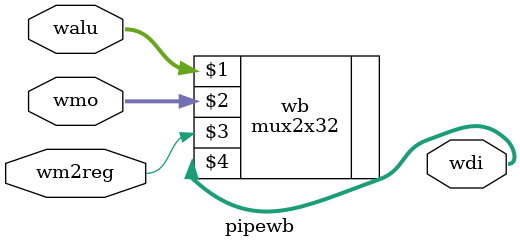
<source format=v>
/************************************************
  The Verilog HDL code example is from the book
  Computer Principles and Design in Verilog HDL
  by Yamin Li, published by A JOHN WILEY & SONS
************************************************/
module pipewb (walu,wmo,wm2reg,wdi);      // WB stage
    input  [31:0] walu;                   // alu result or pc+8 in WB stage
    input  [31:0] wmo;                    // data out (from mem) in WB stage
    input         wm2reg;                 // memory to register in WB stage
    output [31:0] wdi;                    // data to be written into regfile
    mux2x32 wb (walu,wmo,wm2reg,wdi);     // select for wdi
endmodule

</source>
